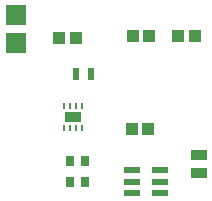
<source format=gtp>
G04*
G04 #@! TF.GenerationSoftware,Altium Limited,Altium Designer,22.10.1 (41)*
G04*
G04 Layer_Color=8421504*
%FSLAX44Y44*%
%MOMM*%
G71*
G04*
G04 #@! TF.SameCoordinates,1FFB8BF8-2B07-4287-B8AF-9A6C265E6988*
G04*
G04*
G04 #@! TF.FilePolarity,Positive*
G04*
G01*
G75*
%ADD14R,1.4660X0.8540*%
%ADD15R,0.8000X0.9500*%
%ADD16R,1.0000X1.1000*%
%ADD17R,1.3300X0.5600*%
%ADD18R,0.5500X1.0000*%
%ADD19R,1.8062X1.7540*%
%ADD20R,1.3500X0.9500*%
G04:AMPARAMS|DCode=21|XSize=0.25mm|YSize=0.5mm|CornerRadius=0.05mm|HoleSize=0mm|Usage=FLASHONLY|Rotation=180.000|XOffset=0mm|YOffset=0mm|HoleType=Round|Shape=RoundedRectangle|*
%AMROUNDEDRECTD21*
21,1,0.2500,0.4000,0,0,180.0*
21,1,0.1500,0.5000,0,0,180.0*
1,1,0.1000,-0.0750,0.2000*
1,1,0.1000,0.0750,0.2000*
1,1,0.1000,0.0750,-0.2000*
1,1,0.1000,-0.0750,-0.2000*
%
%ADD21ROUNDEDRECTD21*%
D14*
X852170Y109220D02*
D03*
D15*
X849630Y54063D02*
D03*
X862630D02*
D03*
X849630Y72105D02*
D03*
X862630D02*
D03*
D16*
X941690Y177800D02*
D03*
X955690D02*
D03*
X916320Y99060D02*
D03*
X902320D02*
D03*
X854710Y176530D02*
D03*
X840710D02*
D03*
X902940Y177800D02*
D03*
X916940D02*
D03*
D17*
X926400Y45110D02*
D03*
Y54610D02*
D03*
Y64110D02*
D03*
X902400D02*
D03*
Y54610D02*
D03*
Y45110D02*
D03*
D18*
X854810Y146050D02*
D03*
X867310D02*
D03*
D19*
X803910Y195911D02*
D03*
Y172389D02*
D03*
D20*
X958850Y62350D02*
D03*
Y77350D02*
D03*
D21*
X844670Y99720D02*
D03*
X849670D02*
D03*
X854670D02*
D03*
X859670D02*
D03*
Y118720D02*
D03*
X854670D02*
D03*
X849670D02*
D03*
X844670D02*
D03*
M02*

</source>
